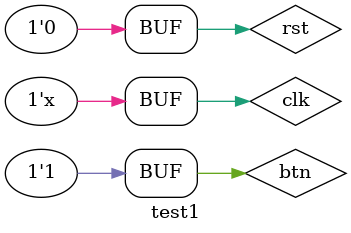
<source format=v>
`timescale 1ns / 1ps


module test1;

	// Inputs
	reg clk;
	reg rst;
	reg btn;
	
	// Outputs
	wire [2:0] Cause;
	wire [31:0] EPC;
	wire [31:0] testPC, testInstruction;
//	wire [31:0] test1, test2, test3, test4;

	// Instantiate the Unit Under Test (UUT)
	top uut (
		.clk(clk), 
		.rst(rst), 
		.singlestep_sw(0),
		.singlestep_btn(btn),
		.selhigh16bit(0), 
		.addr(0), 
		.causeout(Cause),
		.PCout(EPC),
		.testPC(testPC),
//		.test1(test1),
//		.test2(test2),
//		.test3(test3),
//		.test4(test4),
		.testInstruction(testInstruction)
	);

	initial begin
		// Initialize Inputs
		clk = 0;
		rst = 0;

		// Wait 100 ns for global reset to finish
		#100;
        rst = 1;
		  #20;
		 rst = 0;
		 btn = 1;
		 #40; btn = 0; #40 btn = 1;
		 #40; btn = 0; #40 btn = 1;
		 #40; btn = 0; #40 btn = 1;
		 #40; btn = 0; #40 btn = 1;
		 #40; btn = 0; #40 btn = 1;
		// Add stimulus here

	end
      always #5 clk = ~clk;
endmodule


</source>
